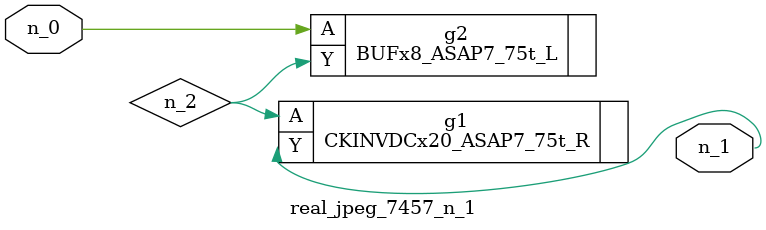
<source format=v>
module real_jpeg_7457_n_1 (n_0, n_1);

input n_0;

output n_1;

wire n_2;

BUFx8_ASAP7_75t_L g2 ( 
.A(n_0),
.Y(n_2)
);

CKINVDCx20_ASAP7_75t_R g1 ( 
.A(n_2),
.Y(n_1)
);


endmodule
</source>
